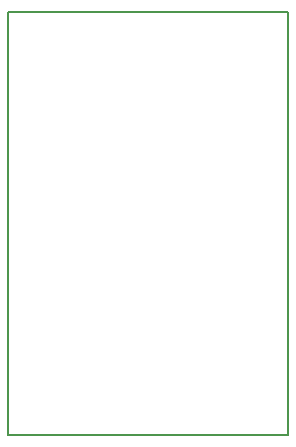
<source format=gm1>
G04 MADE WITH FRITZING*
G04 WWW.FRITZING.ORG*
G04 DOUBLE SIDED*
G04 HOLES PLATED*
G04 CONTOUR ON CENTER OF CONTOUR VECTOR*
%ASAXBY*%
%FSLAX23Y23*%
%MOIN*%
%OFA0B0*%
%SFA1.0B1.0*%
%ADD10R,0.940642X1.419890*%
%ADD11C,0.008000*%
%ADD10C,0.008*%
%LNCONTOUR*%
G90*
G70*
G54D10*
G54D11*
X4Y1416D02*
X937Y1416D01*
X937Y4D01*
X4Y4D01*
X4Y1416D01*
D02*
G04 End of contour*
M02*
</source>
